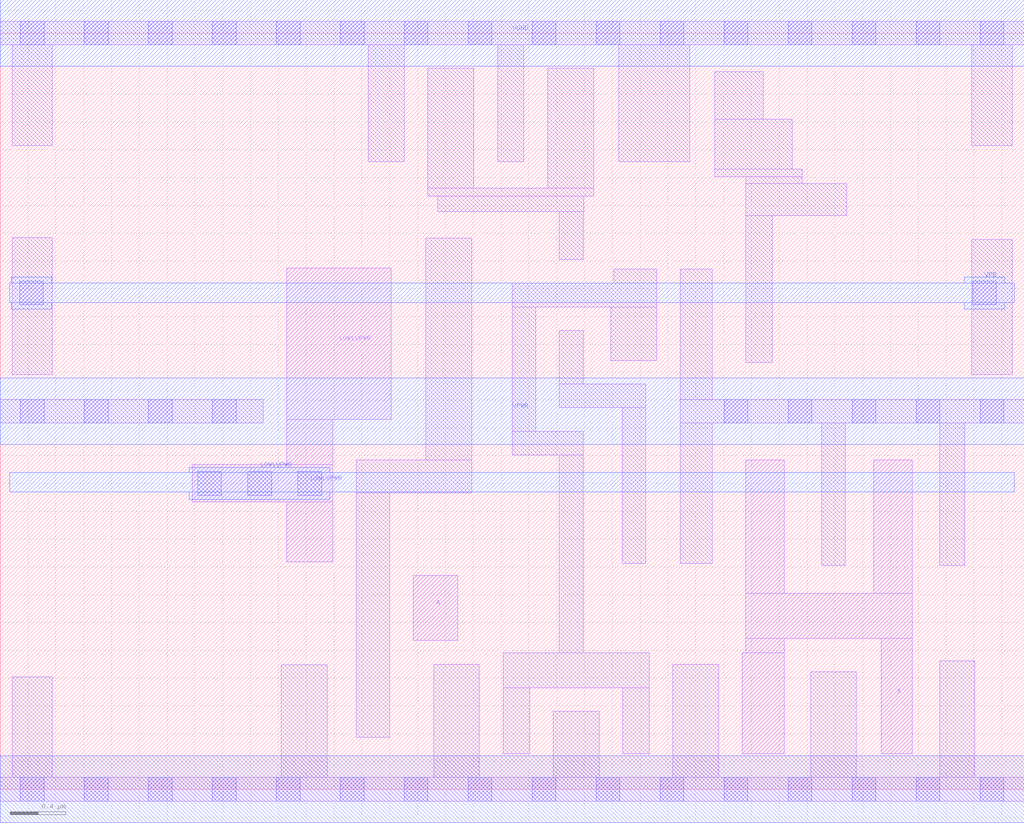
<source format=lef>
# Copyright 2020 The SkyWater PDK Authors
#
# Licensed under the Apache License, Version 2.0 (the "License");
# you may not use this file except in compliance with the License.
# You may obtain a copy of the License at
#
#     https://www.apache.org/licenses/LICENSE-2.0
#
# Unless required by applicable law or agreed to in writing, software
# distributed under the License is distributed on an "AS IS" BASIS,
# WITHOUT WARRANTIES OR CONDITIONS OF ANY KIND, either express or implied.
# See the License for the specific language governing permissions and
# limitations under the License.
#
# SPDX-License-Identifier: Apache-2.0

VERSION 5.7 ;
  NOWIREEXTENSIONATPIN ON ;
  DIVIDERCHAR "/" ;
  BUSBITCHARS "[]" ;
UNITS
  DATABASE MICRONS 200 ;
END UNITS
MACRO sky130_fd_sc_hd__lpflow_lsbuf_lh_isowell_tap_4
  CLASS CORE WELLTAP ;
  FOREIGN sky130_fd_sc_hd__lpflow_lsbuf_lh_isowell_tap_4 ;
  ORIGIN  0.000000  0.000000 ;
  SIZE  7.360000 BY  5.440000 ;
  SYMMETRY X Y R90 ;
  SITE unithd ;
  PIN A
    ANTENNAGATEAREA  0.603000 ;
    DIRECTION INPUT ;
    USE SIGNAL ;
    PORT
      LAYER li1 ;
        RECT 2.970000 1.070000 3.290000 1.540000 ;
    END
  END A
  PIN VPB
    ANTENNADIFFAREA  0.297500 ;
    PORT
      LAYER met1 ;
        RECT 0.070000 3.500000 7.290000 3.640000 ;
        RECT 0.080000 3.455000 0.370000 3.500000 ;
        RECT 0.080000 3.640000 0.370000 3.685000 ;
        RECT 6.930000 3.455000 7.220000 3.500000 ;
        RECT 6.930000 3.640000 7.220000 3.685000 ;
    END
  END VPB
  PIN X
    ANTENNADIFFAREA  1.072500 ;
    DIRECTION OUTPUT ;
    USE SIGNAL ;
    PORT
      LAYER li1 ;
        RECT 5.335000 0.255000 5.635000 0.980000 ;
        RECT 5.360000 0.980000 5.635000 1.085000 ;
        RECT 5.360000 1.085000 6.555000 1.410000 ;
        RECT 5.360000 1.410000 5.635000 2.370000 ;
        RECT 6.280000 1.410000 6.555000 2.370000 ;
        RECT 6.335000 0.255000 6.555000 1.085000 ;
    END
  END X
  PIN LOWLVPWR
    DIRECTION INOUT ;
    SHAPE ABUTMENT ;
    USE POWER ;
    PORT
      LAYER li1 ;
        RECT 1.380000 2.065000 2.390000 2.335000 ;
        RECT 2.060000 1.635000 2.390000 2.065000 ;
        RECT 2.060000 2.335000 2.390000 2.660000 ;
        RECT 2.060000 2.660000 2.810000 3.750000 ;
      LAYER mcon ;
        RECT 1.420000 2.115000 1.590000 2.285000 ;
        RECT 1.780000 2.115000 1.950000 2.285000 ;
        RECT 2.140000 2.115000 2.310000 2.285000 ;
    END
    PORT
      LAYER met1 ;
        RECT 0.070000 2.140000 7.290000 2.280000 ;
        RECT 1.360000 2.085000 2.370000 2.140000 ;
        RECT 1.360000 2.280000 2.370000 2.315000 ;
    END
  END LOWLVPWR
  PIN VGND
    DIRECTION INOUT ;
    SHAPE ABUTMENT ;
    USE GROUND ;
    PORT
      LAYER met1 ;
        RECT 0.000000 5.200000 7.360000 5.680000 ;
    END
  END VGND
  PIN VPWR
    DIRECTION INOUT ;
    SHAPE ABUTMENT ;
    USE POWER ;
    PORT
      LAYER met1 ;
        RECT 0.000000 2.480000 7.360000 2.960000 ;
    END
  END VPWR
  OBS
    LAYER li1 ;
      RECT 0.000000 -0.085000 7.360000 0.085000 ;
      RECT 0.000000  2.635000 1.890000 2.805000 ;
      RECT 0.000000  5.355000 7.360000 5.525000 ;
      RECT 0.085000  0.085000 0.375000 0.810000 ;
      RECT 0.085000  2.985000 0.375000 3.970000 ;
      RECT 0.085000  4.630000 0.375000 5.355000 ;
      RECT 2.020000  0.085000 2.350000 0.895000 ;
      RECT 2.560000  0.375000 2.800000 2.130000 ;
      RECT 2.560000  2.130000 3.390000 2.370000 ;
      RECT 2.645000  4.515000 2.905000 5.355000 ;
      RECT 3.060000  2.370000 3.390000 3.965000 ;
      RECT 3.075000  4.265000 4.265000 4.325000 ;
      RECT 3.075000  4.325000 3.405000 5.185000 ;
      RECT 3.115000  0.085000 3.445000 0.900000 ;
      RECT 3.145000  4.155000 4.195000 4.265000 ;
      RECT 3.575000  4.515000 3.765000 5.355000 ;
      RECT 3.615000  0.255000 3.805000 0.730000 ;
      RECT 3.615000  0.730000 4.665000 0.980000 ;
      RECT 3.680000  2.405000 4.190000 2.575000 ;
      RECT 3.680000  2.575000 3.850000 3.470000 ;
      RECT 3.680000  3.470000 4.720000 3.640000 ;
      RECT 3.935000  4.325000 4.265000 5.185000 ;
      RECT 3.975000  0.085000 4.305000 0.560000 ;
      RECT 4.020000  0.980000 4.190000 2.405000 ;
      RECT 4.020000  2.745000 4.640000 2.915000 ;
      RECT 4.020000  2.915000 4.190000 3.300000 ;
      RECT 4.020000  3.810000 4.190000 4.155000 ;
      RECT 4.390000  3.085000 4.720000 3.470000 ;
      RECT 4.410000  3.640000 4.720000 3.740000 ;
      RECT 4.445000  4.515000 4.955000 5.355000 ;
      RECT 4.470000  1.625000 4.640000 2.745000 ;
      RECT 4.475000  0.255000 4.665000 0.730000 ;
      RECT 4.835000  0.085000 5.165000 0.900000 ;
      RECT 4.890000  1.625000 5.120000 2.635000 ;
      RECT 4.890000  2.635000 7.360000 2.805000 ;
      RECT 4.890000  2.805000 5.120000 3.740000 ;
      RECT 5.135000  4.405000 5.765000 4.460000 ;
      RECT 5.135000  4.460000 5.695000 4.820000 ;
      RECT 5.135000  4.820000 5.485000 5.160000 ;
      RECT 5.360000  3.070000 5.550000 4.125000 ;
      RECT 5.360000  4.125000 6.085000 4.355000 ;
      RECT 5.360000  4.355000 5.765000 4.405000 ;
      RECT 5.825000  0.085000 6.155000 0.845000 ;
      RECT 5.905000  1.610000 6.075000 2.635000 ;
      RECT 6.755000  0.085000 7.005000 0.925000 ;
      RECT 6.755000  1.610000 6.935000 2.635000 ;
      RECT 6.985000  2.985000 7.275000 3.955000 ;
      RECT 6.985000  4.630000 7.275000 5.355000 ;
    LAYER mcon ;
      RECT 0.140000  3.485000 0.310000 3.655000 ;
      RECT 0.145000 -0.085000 0.315000 0.085000 ;
      RECT 0.145000  2.635000 0.315000 2.805000 ;
      RECT 0.145000  5.355000 0.315000 5.525000 ;
      RECT 0.605000 -0.085000 0.775000 0.085000 ;
      RECT 0.605000  2.635000 0.775000 2.805000 ;
      RECT 0.605000  5.355000 0.775000 5.525000 ;
      RECT 1.065000 -0.085000 1.235000 0.085000 ;
      RECT 1.065000  2.635000 1.235000 2.805000 ;
      RECT 1.065000  5.355000 1.235000 5.525000 ;
      RECT 1.525000 -0.085000 1.695000 0.085000 ;
      RECT 1.525000  2.635000 1.695000 2.805000 ;
      RECT 1.525000  5.355000 1.695000 5.525000 ;
      RECT 1.985000 -0.085000 2.155000 0.085000 ;
      RECT 1.985000  5.355000 2.155000 5.525000 ;
      RECT 2.445000 -0.085000 2.615000 0.085000 ;
      RECT 2.445000  5.355000 2.615000 5.525000 ;
      RECT 2.905000 -0.085000 3.075000 0.085000 ;
      RECT 2.905000  5.355000 3.075000 5.525000 ;
      RECT 3.365000 -0.085000 3.535000 0.085000 ;
      RECT 3.365000  5.355000 3.535000 5.525000 ;
      RECT 3.825000 -0.085000 3.995000 0.085000 ;
      RECT 3.825000  5.355000 3.995000 5.525000 ;
      RECT 4.285000 -0.085000 4.455000 0.085000 ;
      RECT 4.285000  5.355000 4.455000 5.525000 ;
      RECT 4.745000 -0.085000 4.915000 0.085000 ;
      RECT 4.745000  5.355000 4.915000 5.525000 ;
      RECT 5.205000 -0.085000 5.375000 0.085000 ;
      RECT 5.205000  2.635000 5.375000 2.805000 ;
      RECT 5.205000  5.355000 5.375000 5.525000 ;
      RECT 5.665000 -0.085000 5.835000 0.085000 ;
      RECT 5.665000  2.635000 5.835000 2.805000 ;
      RECT 5.665000  5.355000 5.835000 5.525000 ;
      RECT 6.125000 -0.085000 6.295000 0.085000 ;
      RECT 6.125000  2.635000 6.295000 2.805000 ;
      RECT 6.125000  5.355000 6.295000 5.525000 ;
      RECT 6.585000 -0.085000 6.755000 0.085000 ;
      RECT 6.585000  2.635000 6.755000 2.805000 ;
      RECT 6.585000  5.355000 6.755000 5.525000 ;
      RECT 6.990000  3.485000 7.160000 3.655000 ;
      RECT 7.045000 -0.085000 7.215000 0.085000 ;
      RECT 7.045000  2.635000 7.215000 2.805000 ;
      RECT 7.045000  5.355000 7.215000 5.525000 ;
    LAYER met1 ;
      RECT 0.000000 -0.240000 7.360000 0.240000 ;
  END
END sky130_fd_sc_hd__lpflow_lsbuf_lh_isowell_tap_4
END LIBRARY

</source>
